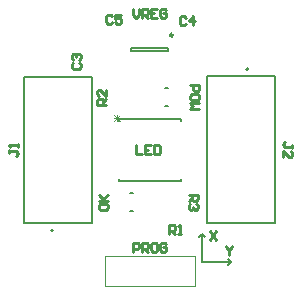
<source format=gto>
G04*
G04 #@! TF.GenerationSoftware,Altium Limited,Altium Designer,22.7.1 (60)*
G04*
G04 Layer_Color=65535*
%FSLAX24Y24*%
%MOIN*%
G70*
G04*
G04 #@! TF.SameCoordinates,277468EA-A594-40E7-B2BE-35E06897B6AD*
G04*
G04*
G04 #@! TF.FilePolarity,Positive*
G04*
G01*
G75*
%ADD10C,0.0079*%
%ADD11C,0.0098*%
%ADD12C,0.0050*%
%ADD13C,0.0060*%
%ADD14C,0.0047*%
%ADD15C,0.0100*%
%ADD16C,0.0030*%
D10*
X6789Y7311D02*
G03*
X6789Y7311I-39J0D01*
G01*
X13289Y12689D02*
G03*
X13289Y12689I-39J0D01*
G01*
X10610Y13291D02*
Y13409D01*
X9390Y13291D02*
Y13409D01*
X10610D01*
X9390Y13291D02*
X10610D01*
D11*
X10778Y13822D02*
G03*
X10778Y13822I-49J0D01*
G01*
D12*
X11750Y6250D02*
Y7200D01*
X11650Y7100D02*
X11750Y7200D01*
X11850Y7100D01*
X12600Y6150D02*
X12700Y6250D01*
X12600Y6350D02*
X12700Y6250D01*
X11750D02*
X12700D01*
X5825Y7551D02*
X8089D01*
X5825D02*
Y12433D01*
X8089D01*
Y7551D02*
Y12433D01*
X11911Y12449D02*
X14175D01*
Y7567D02*
Y12449D01*
X11911Y7567D02*
X14175D01*
X11911D02*
Y12449D01*
D13*
X10496Y12045D02*
X10604D01*
X10496Y11455D02*
X10604D01*
X9346Y7955D02*
X9454D01*
X9346Y8545D02*
X9454D01*
X11035Y10966D02*
Y11035D01*
X8965Y8965D02*
X11035D01*
Y9034D01*
X8965Y11035D02*
X11035D01*
X8965Y10966D02*
Y11035D01*
Y8965D02*
Y9034D01*
D14*
X8500Y6450D02*
X11500D01*
X8500Y5450D02*
Y6450D01*
Y5450D02*
X11500D01*
Y6450D01*
D15*
X12000Y7300D02*
X12200Y7000D01*
Y7300D02*
X12000Y7000D01*
X12550Y6800D02*
Y6750D01*
X12650Y6650D01*
X12750Y6750D01*
Y6800D01*
X12650Y6650D02*
Y6500D01*
X5300Y10000D02*
Y9900D01*
Y9950D01*
X5550D01*
X5600Y9900D01*
Y9850D01*
X5550Y9800D01*
X5600Y10100D02*
Y10200D01*
Y10150D01*
X5300D01*
X5350Y10100D01*
X8550Y11500D02*
X8250D01*
Y11650D01*
X8300Y11700D01*
X8400D01*
X8450Y11650D01*
Y11500D01*
Y11600D02*
X8550Y11700D01*
Y12000D02*
Y11800D01*
X8350Y12000D01*
X8300D01*
X8250Y11950D01*
Y11850D01*
X8300Y11800D01*
X11350Y12150D02*
X11650D01*
Y12000D01*
X11600Y11950D01*
X11500D01*
X11450Y12000D01*
Y12150D01*
X11650Y11700D02*
Y11800D01*
X11600Y11850D01*
X11400D01*
X11350Y11800D01*
Y11700D01*
X11400Y11650D01*
X11600D01*
X11650Y11700D01*
Y11550D02*
X11350D01*
X11450Y11450D01*
X11350Y11350D01*
X11650D01*
X11300Y8500D02*
X11600D01*
Y8350D01*
X11550Y8300D01*
X11450D01*
X11400Y8350D01*
Y8500D01*
Y8400D02*
X11300Y8300D01*
X11550Y8200D02*
X11600Y8150D01*
Y8050D01*
X11550Y8000D01*
X11500D01*
X11450Y8050D01*
Y8100D01*
Y8050D01*
X11400Y8000D01*
X11350D01*
X11300Y8050D01*
Y8150D01*
X11350Y8200D01*
X8300Y8150D02*
Y8050D01*
X8350Y8000D01*
X8550D01*
X8600Y8050D01*
Y8150D01*
X8550Y8200D01*
X8350D01*
X8300Y8150D01*
Y8300D02*
X8600D01*
X8500D01*
X8300Y8500D01*
X8450Y8350D01*
X8600Y8500D01*
X7450Y12900D02*
X7400Y12850D01*
Y12750D01*
X7450Y12700D01*
X7650D01*
X7700Y12750D01*
Y12850D01*
X7650Y12900D01*
X7450Y13000D02*
X7400Y13050D01*
Y13150D01*
X7450Y13200D01*
X7500D01*
X7550Y13150D01*
Y13100D01*
Y13150D01*
X7600Y13200D01*
X7650D01*
X7700Y13150D01*
Y13050D01*
X7650Y13000D01*
X10650Y7200D02*
Y7500D01*
X10800D01*
X10850Y7450D01*
Y7350D01*
X10800Y7300D01*
X10650D01*
X10750D02*
X10850Y7200D01*
X10950D02*
X11050D01*
X11000D01*
Y7500D01*
X10950Y7450D01*
X9450Y6600D02*
Y6900D01*
X9600D01*
X9650Y6850D01*
Y6750D01*
X9600Y6700D01*
X9450D01*
X9750Y6600D02*
Y6900D01*
X9900D01*
X9950Y6850D01*
Y6750D01*
X9900Y6700D01*
X9750D01*
X9850D02*
X9950Y6600D01*
X10200Y6900D02*
X10100D01*
X10050Y6850D01*
Y6650D01*
X10100Y6600D01*
X10200D01*
X10250Y6650D01*
Y6850D01*
X10200Y6900D01*
X10550Y6850D02*
X10500Y6900D01*
X10400D01*
X10350Y6850D01*
Y6650D01*
X10400Y6600D01*
X10500D01*
X10550Y6650D01*
Y6750D01*
X10450D01*
X9450Y14700D02*
Y14500D01*
X9550Y14400D01*
X9650Y14500D01*
Y14700D01*
X9750Y14400D02*
Y14700D01*
X9900D01*
X9950Y14650D01*
Y14550D01*
X9900Y14500D01*
X9750D01*
X9850D02*
X9950Y14400D01*
X10250Y14700D02*
X10050D01*
Y14400D01*
X10250D01*
X10050Y14550D02*
X10150D01*
X10550Y14650D02*
X10500Y14700D01*
X10400D01*
X10350Y14650D01*
Y14450D01*
X10400Y14400D01*
X10500D01*
X10550Y14450D01*
Y14550D01*
X10450D01*
X11200Y14400D02*
X11150Y14450D01*
X11050D01*
X11000Y14400D01*
Y14200D01*
X11050Y14150D01*
X11150D01*
X11200Y14200D01*
X11450Y14150D02*
Y14450D01*
X11300Y14300D01*
X11500D01*
X8750Y14450D02*
X8700Y14500D01*
X8600D01*
X8550Y14450D01*
Y14250D01*
X8600Y14200D01*
X8700D01*
X8750Y14250D01*
X9050Y14500D02*
X8850D01*
Y14350D01*
X8950Y14400D01*
X9000D01*
X9050Y14350D01*
Y14250D01*
X9000Y14200D01*
X8900D01*
X8850Y14250D01*
X9550Y10150D02*
Y9850D01*
X9750D01*
X10050Y10150D02*
X9850D01*
Y9850D01*
X10050D01*
X9850Y10000D02*
X9950D01*
X10150Y10150D02*
Y9850D01*
X10300D01*
X10350Y9900D01*
Y10100D01*
X10300Y10150D01*
X10150D01*
X14750Y10050D02*
Y10150D01*
Y10100D01*
X14500D01*
X14450Y10150D01*
Y10200D01*
X14500Y10250D01*
X14450Y9750D02*
Y9950D01*
X14650Y9750D01*
X14700D01*
X14750Y9800D01*
Y9900D01*
X14700Y9950D01*
D16*
X8800Y11150D02*
X9000Y10950D01*
X8800D02*
X9000Y11150D01*
X8800Y11050D02*
X9000D01*
X8900Y10950D02*
Y11150D01*
M02*

</source>
